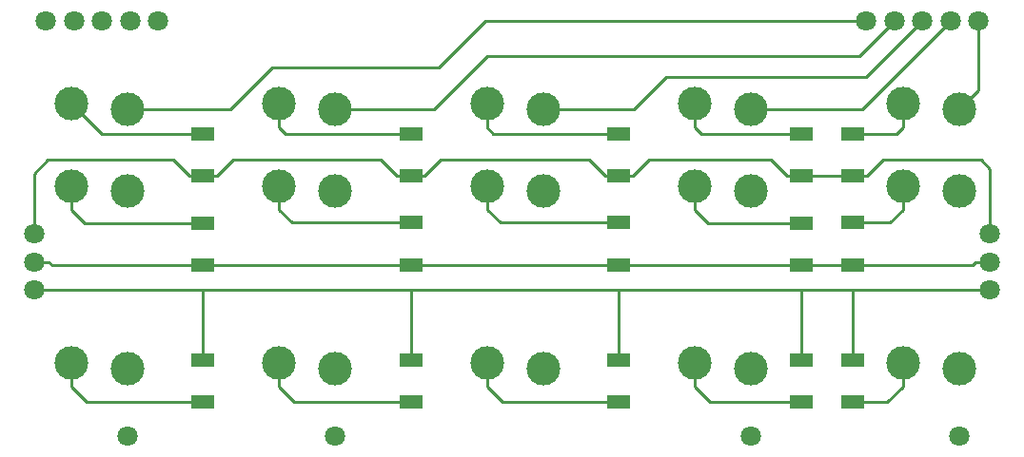
<source format=gtl>
G04 #@! TF.FileFunction,Copper,L1,Top,Signal*
%FSLAX46Y46*%
G04 Gerber Fmt 4.6, Leading zero omitted, Abs format (unit mm)*
G04 Created by KiCad (PCBNEW 4.0.1-stable) date Sunday, May 29, 2016 'PMt' 06:37:48 PM*
%MOMM*%
G01*
G04 APERTURE LIST*
%ADD10C,0.100000*%
%ADD11R,2.000000X1.250000*%
%ADD12C,1.800000*%
%ADD13C,3.000000*%
%ADD14C,0.250000*%
G04 APERTURE END LIST*
D10*
D11*
X17000000Y-16850000D03*
X17000000Y-13100000D03*
X35500000Y-16850000D03*
X35500000Y-13100000D03*
X54000000Y-16850000D03*
X54000000Y-13100000D03*
X70200000Y-16850000D03*
X70200000Y-13100000D03*
X74800000Y-16850000D03*
X74800000Y-13100000D03*
X17000000Y-24775000D03*
X17000000Y-21025000D03*
X35500000Y-24750000D03*
X35500000Y-21000000D03*
X54000000Y-24750000D03*
X54000000Y-21000000D03*
X70200000Y-24775000D03*
X70200000Y-21025000D03*
X74800000Y-24750000D03*
X74800000Y-21000000D03*
X17000000Y-33250000D03*
X17000000Y-37000000D03*
X35500000Y-33225000D03*
X35500000Y-36975000D03*
X54000000Y-33225000D03*
X54000000Y-36975000D03*
X70200000Y-33250000D03*
X70200000Y-37000000D03*
X74800000Y-33250000D03*
X74800000Y-37000000D03*
D12*
X84250000Y-40000000D03*
X65750000Y-40000000D03*
X28750000Y-40000000D03*
X10250000Y-40000000D03*
X86000000Y-3000000D03*
X83500000Y-3000000D03*
X81000000Y-3000000D03*
X78500000Y-3000000D03*
X76000000Y-3000000D03*
X13000000Y-3000000D03*
X10500000Y-3000000D03*
X8000000Y-3000000D03*
X5500000Y-3000000D03*
X3000000Y-3000000D03*
X87000000Y-22000000D03*
X87000000Y-24500000D03*
X2000000Y-22000000D03*
X2000000Y-24500000D03*
D13*
X84250000Y-34000000D03*
X65750000Y-34000000D03*
X47250000Y-34000000D03*
X28750000Y-34000000D03*
X79250000Y-33500000D03*
X60750000Y-33500000D03*
X42250000Y-33500000D03*
X23750000Y-33500000D03*
X84250000Y-18200000D03*
X65750000Y-18200000D03*
X47250000Y-18200000D03*
X28750000Y-18200000D03*
X79250000Y-17700000D03*
X60750000Y-17700000D03*
X42250000Y-17700000D03*
X23750000Y-17700000D03*
X79250000Y-10400000D03*
X60750000Y-10400000D03*
X42250000Y-10400000D03*
X23750000Y-10400000D03*
X84250000Y-10900000D03*
X65750000Y-10900000D03*
X47250000Y-10900000D03*
X28750000Y-10900000D03*
X5250000Y-10400000D03*
X5250000Y-17700000D03*
X10250000Y-10900000D03*
X10250000Y-18200000D03*
X10250000Y-34000000D03*
X5250000Y-33500000D03*
D12*
X87000000Y-27000000D03*
X2000000Y-27000000D03*
D14*
X87000000Y-27000000D02*
X74800000Y-27000000D01*
X74800000Y-27000000D02*
X70200000Y-27000000D01*
X74800000Y-33250000D02*
X74800000Y-27000000D01*
X70200000Y-27000000D02*
X55375000Y-27000000D01*
X70200000Y-33250000D02*
X70200000Y-27000000D01*
X55375000Y-27000000D02*
X54000000Y-27000000D01*
X54000000Y-27000000D02*
X35500000Y-27000000D01*
X54000000Y-33225000D02*
X54000000Y-32350000D01*
X54000000Y-32350000D02*
X54000000Y-27000000D01*
X35500000Y-27000000D02*
X17000000Y-27000000D01*
X35500000Y-33225000D02*
X35500000Y-27000000D01*
X17000000Y-27000000D02*
X2000000Y-27000000D01*
X17000000Y-33250000D02*
X17000000Y-32375000D01*
X17000000Y-32375000D02*
X17000000Y-27000000D01*
X74800000Y-24750000D02*
X85400000Y-24750000D01*
X87000000Y-24500000D02*
X85727208Y-24500000D01*
X85477208Y-24750000D02*
X85400000Y-24750000D01*
X85727208Y-24500000D02*
X85477208Y-24750000D01*
X70200000Y-24775000D02*
X74775000Y-24775000D01*
X74775000Y-24775000D02*
X74800000Y-24750000D01*
X54000000Y-24750000D02*
X70175000Y-24750000D01*
X70175000Y-24750000D02*
X70200000Y-24775000D01*
X35500000Y-24750000D02*
X54000000Y-24750000D01*
X17000000Y-24775000D02*
X35475000Y-24775000D01*
X35475000Y-24775000D02*
X35500000Y-24750000D01*
X17000000Y-24775000D02*
X3600000Y-24775000D01*
X2000000Y-24500000D02*
X3272792Y-24500000D01*
X3272792Y-24500000D02*
X3547792Y-24775000D01*
X3547792Y-24775000D02*
X3600000Y-24775000D01*
X79250000Y-33500000D02*
X79250000Y-35621320D01*
X76050000Y-37000000D02*
X74800000Y-37000000D01*
X79250000Y-35621320D02*
X77871320Y-37000000D01*
X77871320Y-37000000D02*
X76050000Y-37000000D01*
X60750000Y-33500000D02*
X60750000Y-35621320D01*
X60750000Y-35621320D02*
X62128680Y-37000000D01*
X62128680Y-37000000D02*
X68950000Y-37000000D01*
X68950000Y-37000000D02*
X70200000Y-37000000D01*
X42250000Y-33500000D02*
X42250000Y-35621320D01*
X42250000Y-35621320D02*
X43603680Y-36975000D01*
X43603680Y-36975000D02*
X52750000Y-36975000D01*
X52750000Y-36975000D02*
X54000000Y-36975000D01*
X23750000Y-33500000D02*
X23750000Y-35621320D01*
X23750000Y-35621320D02*
X25103680Y-36975000D01*
X25103680Y-36975000D02*
X34250000Y-36975000D01*
X34250000Y-36975000D02*
X35500000Y-36975000D01*
X5250000Y-33500000D02*
X5250000Y-35621320D01*
X5250000Y-35621320D02*
X6628680Y-37000000D01*
X6628680Y-37000000D02*
X15750000Y-37000000D01*
X15750000Y-37000000D02*
X17000000Y-37000000D01*
X79250000Y-17700000D02*
X79250000Y-19821320D01*
X79250000Y-19821320D02*
X78071320Y-21000000D01*
X78071320Y-21000000D02*
X76050000Y-21000000D01*
X76050000Y-21000000D02*
X74800000Y-21000000D01*
X60750000Y-17700000D02*
X60750000Y-19821320D01*
X60750000Y-19821320D02*
X61953680Y-21025000D01*
X61953680Y-21025000D02*
X68950000Y-21025000D01*
X68950000Y-21025000D02*
X70200000Y-21025000D01*
X42250000Y-17700000D02*
X42250000Y-19821320D01*
X42250000Y-19821320D02*
X43428680Y-21000000D01*
X43428680Y-21000000D02*
X52750000Y-21000000D01*
X52750000Y-21000000D02*
X54000000Y-21000000D01*
X23750000Y-17700000D02*
X23750000Y-19821320D01*
X23750000Y-19821320D02*
X24928680Y-21000000D01*
X34250000Y-21000000D02*
X35500000Y-21000000D01*
X24928680Y-21000000D02*
X34250000Y-21000000D01*
X5250000Y-17700000D02*
X5250000Y-19821320D01*
X5250000Y-19821320D02*
X6453680Y-21025000D01*
X6453680Y-21025000D02*
X15750000Y-21025000D01*
X15750000Y-21025000D02*
X17000000Y-21025000D01*
X2000000Y-22000000D02*
X2000000Y-16600000D01*
X2000000Y-16600000D02*
X3200000Y-15400000D01*
X3200000Y-15400000D02*
X14300000Y-15400000D01*
X14300000Y-15400000D02*
X15750000Y-16850000D01*
X15750000Y-16850000D02*
X17000000Y-16850000D01*
X74800000Y-16850000D02*
X76050000Y-16850000D01*
X76050000Y-16850000D02*
X77500000Y-15400000D01*
X77500000Y-15400000D02*
X86200000Y-15400000D01*
X86200000Y-15400000D02*
X87000000Y-16200000D01*
X87000000Y-16200000D02*
X87000000Y-22000000D01*
X70200000Y-16850000D02*
X68950000Y-16850000D01*
X68950000Y-16850000D02*
X67500000Y-15400000D01*
X67500000Y-15400000D02*
X56700000Y-15400000D01*
X56700000Y-15400000D02*
X55250000Y-16850000D01*
X55250000Y-16850000D02*
X54000000Y-16850000D01*
X17000000Y-16850000D02*
X18250000Y-16850000D01*
X18250000Y-16850000D02*
X19700000Y-15400000D01*
X34250000Y-16850000D02*
X35500000Y-16850000D01*
X19700000Y-15400000D02*
X32800000Y-15400000D01*
X32800000Y-15400000D02*
X34250000Y-16850000D01*
X54000000Y-16850000D02*
X52750000Y-16850000D01*
X52750000Y-16850000D02*
X51300000Y-15400000D01*
X51300000Y-15400000D02*
X38150000Y-15400000D01*
X38150000Y-15400000D02*
X36700000Y-16850000D01*
X36700000Y-16850000D02*
X35500000Y-16850000D01*
X70200000Y-16850000D02*
X74800000Y-16850000D01*
X79250000Y-10400000D02*
X79250000Y-12521320D01*
X79250000Y-12521320D02*
X78671320Y-13100000D01*
X76050000Y-13100000D02*
X74800000Y-13100000D01*
X78671320Y-13100000D02*
X76050000Y-13100000D01*
X60750000Y-10400000D02*
X60750000Y-12521320D01*
X60750000Y-12521320D02*
X61328680Y-13100000D01*
X61328680Y-13100000D02*
X68950000Y-13100000D01*
X68950000Y-13100000D02*
X70200000Y-13100000D01*
X42250000Y-10400000D02*
X42250000Y-12521320D01*
X42250000Y-12521320D02*
X42828680Y-13100000D01*
X42828680Y-13100000D02*
X52750000Y-13100000D01*
X52750000Y-13100000D02*
X54000000Y-13100000D01*
X23750000Y-10400000D02*
X23750000Y-12521320D01*
X23750000Y-12521320D02*
X24328680Y-13100000D01*
X24328680Y-13100000D02*
X34250000Y-13100000D01*
X34250000Y-13100000D02*
X35500000Y-13100000D01*
X5250000Y-10400000D02*
X7950000Y-13100000D01*
X7950000Y-13100000D02*
X17000000Y-13100000D01*
X42100000Y-3000000D02*
X76000000Y-3000000D01*
X37950000Y-7150000D02*
X42100000Y-3000000D01*
X23150000Y-7150000D02*
X37950000Y-7150000D01*
X19400000Y-10900000D02*
X23150000Y-7150000D01*
X10250000Y-10900000D02*
X19400000Y-10900000D01*
X42300000Y-6150000D02*
X75350000Y-6150000D01*
X75350000Y-6150000D02*
X78500000Y-3000000D01*
X37550000Y-10900000D02*
X42300000Y-6150000D01*
X28750000Y-10900000D02*
X37550000Y-10900000D01*
X58200000Y-8000000D02*
X76000000Y-8000000D01*
X76000000Y-8000000D02*
X81000000Y-3000000D01*
X55300000Y-10900000D02*
X58200000Y-8000000D01*
X47250000Y-10900000D02*
X55300000Y-10900000D01*
X65750000Y-10900000D02*
X75600000Y-10900000D01*
X75600000Y-10900000D02*
X83500000Y-3000000D01*
X84250000Y-10900000D02*
X86000000Y-9150000D01*
X86000000Y-9150000D02*
X86000000Y-3000000D01*
X61250000Y-34000000D02*
X60750000Y-33500000D01*
X42750000Y-34000000D02*
X42250000Y-33500000D01*
X24250000Y-34000000D02*
X23750000Y-33500000D01*
X5750000Y-34000000D02*
X5250000Y-33500000D01*
M02*

</source>
